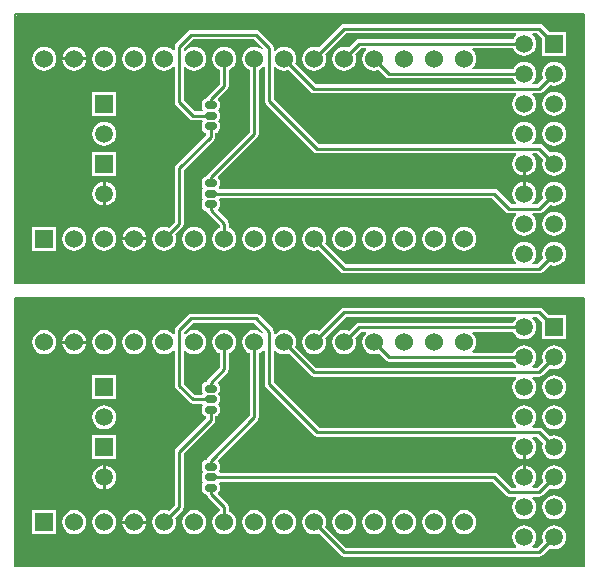
<source format=gbl>
%FSDAX24Y24*%
%MOMM*%
%SFA1B1*%

%IPPOS*%
%AMD20*
4,1,8,-0.500380,0.160020,-0.500380,-0.160020,-0.337820,-0.322580,0.337820,-0.322580,0.500380,-0.160020,0.500380,0.160020,0.337820,0.322580,-0.337820,0.322580,-0.500380,0.160020,0.0*
1,1,0.322000,-0.337820,0.160020*
1,1,0.322000,-0.337820,-0.160020*
1,1,0.322000,0.337820,-0.160020*
1,1,0.322000,0.337820,0.160020*
%
%ADD15C,0.253999*%
%ADD16R,1.499997X1.499997*%
%ADD17C,1.499997*%
%ADD18R,1.523997X1.523997*%
%ADD19C,1.523997*%
G04~CAMADD=20~8~0.0~0.0~253.5~393.7~63.4~0.0~15~0.0~0.0~0.0~0.0~0~0.0~0.0~0.0~0.0~0~0.0~0.0~0.0~90.0~394.0~254.0*
%ADD20D20*%
%ADD35C,0.127000*%
%ADD36C,0.507999*%
%ADD40C,1.015998*%
%ADD41C,2.031996*%
%ADD42C,4.063992*%
%ADD43C,8.127984*%
%LN_4x40lcd_arduino_nano_piggyboard_(rev1.4)_-_2xpanel-1*%
%LPD*%
G54D35*
X735965Y254634D02*
X254634D01*
Y481965*
X735965*
Y254634*
G54D15*
X734695Y255904D02*
X255904D01*
Y480695*
X734695*
Y255904*
G54D36*
X732155Y258444D02*
X258444D01*
Y478155*
X732155*
Y258444*
G54D40*
X727075Y263523D02*
X263523D01*
Y473075*
X727075*
Y263523*
G54D41*
X716915Y273683D02*
X273683D01*
Y462915*
X716915*
Y273683*
G54D42*
X696595Y294003D02*
X294003D01*
Y442595*
X696595*
Y294003*
G54D43*
X655955Y334643D02*
X334643D01*
Y401955*
X655955*
Y334643*
G54D35*
X735965Y494634D02*
X254634D01*
Y721964*
X735965*
Y494634*
G54D15*
X734695Y495904D02*
X255904D01*
Y720694*
X734695*
Y495904*
G54D36*
X732155Y498444D02*
X258444D01*
Y718154*
X732155*
Y498444*
G54D40*
X727075Y503524D02*
X263523D01*
Y713074*
X727075*
Y503524*
G54D41*
X716915Y513683D02*
X273683D01*
Y702914*
X716915*
Y513683*
G54D42*
X696595Y534003D02*
X294003D01*
Y682594*
X696595*
Y534003*
G54D43*
X655955Y574643D02*
X334643D01*
Y641954*
X655955*
Y574643*
%LN_4x40lcd_arduino_nano_piggyboard_(rev1.4)_-_2xpanel-2*%
%LPC*%
G36*
X584200Y302349D02*
X581549Y301999D01*
X579079Y300969*
X576949Y299349*
X575329Y297219*
X574299Y294749*
X573949Y292100*
X574299Y289449*
X575329Y286979*
X576949Y284849*
X579079Y283229*
X581549Y282199*
X584200Y281849*
X586849Y282199*
X589319Y283229*
X591449Y284849*
X593069Y286979*
X594099Y289449*
X594449Y292100*
X594099Y294749*
X593069Y297219*
X591449Y299349*
X589319Y300969*
X586849Y301999*
X584200Y302349*
G37*
G36*
X558800D02*
X556149Y301999D01*
X553679Y300969*
X551549Y299349*
X549929Y297219*
X548899Y294749*
X548549Y292100*
X548899Y289449*
X549929Y286979*
X551549Y284849*
X553679Y283229*
X556149Y282199*
X558800Y281849*
X561449Y282199*
X563919Y283229*
X566049Y284849*
X567669Y286979*
X568699Y289449*
X569049Y292100*
X568699Y294749*
X567669Y297219*
X566049Y299349*
X563919Y300969*
X561449Y301999*
X558800Y302349*
G37*
G36*
X533400D02*
X530749Y301999D01*
X528279Y300969*
X526149Y299349*
X524529Y297219*
X523499Y294749*
X523149Y292100*
X523499Y289449*
X524529Y286979*
X526149Y284849*
X528279Y283229*
X530749Y282199*
X533400Y281849*
X536049Y282199*
X538519Y283229*
X540649Y284849*
X542269Y286979*
X543299Y289449*
X543649Y292100*
X543299Y294749*
X542269Y297219*
X540649Y299349*
X538519Y300969*
X536049Y301999*
X533400Y302349*
G37*
G36*
X289560Y302260D02*
X269240D01*
Y281940*
X289560*
Y302260*
G37*
G36*
X635000Y302349D02*
X632349Y301999D01*
X629879Y300969*
X627749Y299349*
X626129Y297219*
X625099Y294749*
X624749Y292100*
X625099Y289449*
X626129Y286979*
X627749Y284849*
X629879Y283229*
X632349Y282199*
X635000Y281849*
X637649Y282199*
X640119Y283229*
X642249Y284849*
X643869Y286979*
X644899Y289449*
X645249Y292100*
X644899Y294749*
X643869Y297219*
X642249Y299349*
X640119Y300969*
X637649Y301999*
X635000Y302349*
G37*
G36*
X609600D02*
X606949Y301999D01*
X604479Y300969*
X602349Y299349*
X600729Y297219*
X599699Y294749*
X599349Y292100*
X599699Y289449*
X600729Y286979*
X602349Y284849*
X604479Y283229*
X606949Y282199*
X609600Y281849*
X612249Y282199*
X614719Y283229*
X616849Y284849*
X618469Y286979*
X619499Y289449*
X619849Y292100*
X619499Y294749*
X618469Y297219*
X616849Y299349*
X614719Y300969*
X612249Y301999*
X609600Y302349*
G37*
G36*
X482600D02*
X479949Y301999D01*
X477479Y300969*
X475349Y299349*
X473729Y297219*
X472699Y294749*
X472349Y292100*
X472699Y289449*
X473729Y286979*
X475349Y284849*
X477479Y283229*
X479949Y282199*
X482600Y281849*
X485249Y282199*
X487719Y283229*
X489849Y284849*
X491469Y286979*
X492499Y289449*
X492849Y292100*
X492499Y294749*
X491469Y297219*
X489849Y299349*
X487719Y300969*
X485249Y301999*
X482600Y302349*
G37*
G36*
X330200D02*
X327549Y301999D01*
X325079Y300969*
X322949Y299349*
X321329Y297219*
X320299Y294749*
X319949Y292100*
X320299Y289449*
X321329Y286979*
X322949Y284849*
X325079Y283229*
X327549Y282199*
X330200Y281849*
X332849Y282199*
X335319Y283229*
X337449Y284849*
X339069Y286979*
X340099Y289449*
X340449Y292100*
X340099Y294749*
X339069Y297219*
X337449Y299349*
X335319Y300969*
X332849Y301999*
X330200Y302349*
G37*
G36*
X304800D02*
X302149Y301999D01*
X299679Y300969*
X297549Y299349*
X295929Y297219*
X294899Y294749*
X294549Y292100*
X294899Y289449*
X295929Y286979*
X297549Y284849*
X299679Y283229*
X302149Y282199*
X304800Y281849*
X307449Y282199*
X309919Y283229*
X312049Y284849*
X313669Y286979*
X314699Y289449*
X315049Y292100*
X314699Y294749*
X313669Y297219*
X312049Y299349*
X309919Y300969*
X307449Y301999*
X304800Y302349*
G37*
G36*
X508000D02*
X505349Y301999D01*
X502879Y300969*
X500749Y299349*
X499129Y297219*
X498099Y294749*
X497749Y292100*
X498099Y289449*
X499129Y286979*
X500749Y284849*
X502879Y283229*
X505349Y282199*
X508000Y281849*
X510649Y282199*
X511889Y282709*
X530649Y263949*
X531909Y263109*
X533400Y262819*
X698500*
X699989Y263109*
X701249Y263949*
X707399Y270109*
X708579Y269619*
X711200Y269269*
X713819Y269619*
X716259Y270629*
X718359Y272239*
X719969Y274339*
X720979Y276779*
X721329Y279400*
X720979Y282019*
X719969Y284459*
X718359Y286559*
X716259Y288169*
X713819Y289179*
X711200Y289529*
X708579Y289179*
X706139Y288169*
X704039Y286559*
X702429Y284459*
X701419Y282019*
X701069Y279400*
X701419Y276779*
X701909Y275599*
X696889Y270579*
X692889*
X692459Y271849*
X692959Y272239*
X694569Y274339*
X695579Y276779*
X695929Y279400*
X695579Y282019*
X694569Y284459*
X692959Y286559*
X690859Y288169*
X688419Y289179*
X685800Y289529*
X683179Y289179*
X680739Y288169*
X678639Y286559*
X677029Y284459*
X676019Y282019*
X675669Y279400*
X676019Y276779*
X677029Y274339*
X678639Y272239*
X679139Y271849*
X678709Y270579*
X535009*
X517389Y288209*
X517899Y289449*
X518249Y292100*
X517899Y294749*
X516869Y297219*
X515249Y299349*
X513119Y300969*
X510649Y301999*
X508000Y302349*
G37*
G36*
X457200D02*
X454549Y301999D01*
X452079Y300969*
X449949Y299349*
X448329Y297219*
X447299Y294749*
X446949Y292100*
X447299Y289449*
X448329Y286979*
X449949Y284849*
X452079Y283229*
X454549Y282199*
X457200Y281849*
X459849Y282199*
X462319Y283229*
X464449Y284849*
X466069Y286979*
X467099Y289449*
X467449Y292100*
X467099Y294749*
X466069Y297219*
X464449Y299349*
X462319Y300969*
X459849Y301999*
X457200Y302349*
G37*
G36*
X406400D02*
X403749Y301999D01*
X401279Y300969*
X399149Y299349*
X397529Y297219*
X396499Y294749*
X396149Y292100*
X396499Y289449*
X397529Y286979*
X399149Y284849*
X401279Y283229*
X403749Y282199*
X406400Y281849*
X409049Y282199*
X411519Y283229*
X413649Y284849*
X415269Y286979*
X416299Y289449*
X416649Y292100*
X416299Y294749*
X415269Y297219*
X413649Y299349*
X411519Y300969*
X409049Y301999*
X406400Y302349*
G37*
G36*
X365679Y290830D02*
X345519D01*
X345699Y289449*
X346729Y286979*
X348349Y284849*
X350479Y283229*
X352949Y282199*
X355600Y281849*
X358249Y282199*
X360719Y283229*
X362849Y284849*
X364469Y286979*
X365499Y289449*
X365679Y290830*
G37*
G36*
X355600Y302349D02*
X352949Y301999D01*
X350479Y300969*
X348349Y299349*
X346729Y297219*
X345699Y294749*
X345519Y293370*
X365679*
X365499Y294749*
X364469Y297219*
X362849Y299349*
X360719Y300969*
X358249Y301999*
X355600Y302349*
G37*
G36*
X314879Y443230D02*
X294719D01*
X294899Y441849*
X295929Y439379*
X297549Y437249*
X299679Y435629*
X302149Y434599*
X304800Y434249*
X307449Y434599*
X309919Y435629*
X312049Y437249*
X313669Y439379*
X314699Y441849*
X314879Y443230*
G37*
G36*
X279400Y454749D02*
X276749Y454399D01*
X274279Y453369*
X272149Y451749*
X270529Y449619*
X269499Y447149*
X269149Y444500*
X269499Y441849*
X270529Y439379*
X272149Y437249*
X274279Y435629*
X276749Y434599*
X279400Y434249*
X282049Y434599*
X284519Y435629*
X286649Y437249*
X288269Y439379*
X289299Y441849*
X289649Y444500*
X289299Y447149*
X288269Y449619*
X286649Y451749*
X284519Y453369*
X282049Y454399*
X279400Y454749*
G37*
G36*
X340239Y416439D02*
X320159D01*
Y396359*
X340239*
Y416439*
G37*
G36*
X330200Y454749D02*
X327549Y454399D01*
X325079Y453369*
X322949Y451749*
X321329Y449619*
X320299Y447149*
X319949Y444500*
X320299Y441849*
X321329Y439379*
X322949Y437249*
X325079Y435629*
X327549Y434599*
X330200Y434249*
X332849Y434599*
X335319Y435629*
X337449Y437249*
X339069Y439379*
X340099Y441849*
X340449Y444500*
X340099Y447149*
X339069Y449619*
X337449Y451749*
X335319Y453369*
X332849Y454399*
X330200Y454749*
G37*
G36*
X698500Y473779D02*
X533400D01*
X531909Y473489*
X530649Y472649*
X511889Y453889*
X510649Y454399*
X508000Y454749*
X505349Y454399*
X502879Y453369*
X500749Y451749*
X499129Y449619*
X498099Y447149*
X497749Y444500*
X498099Y441849*
X499129Y439379*
X500749Y437249*
X502879Y435629*
X505349Y434599*
X508000Y434249*
X510649Y434599*
X513119Y435629*
X515249Y437249*
X516869Y439379*
X517899Y441849*
X518249Y444500*
X517899Y447149*
X517389Y448389*
X535009Y466019*
X678709*
X679139Y464749*
X678639Y464359*
X677029Y462259*
X676539Y461079*
X546100*
X544609Y460789*
X543349Y459949*
X537289Y453889*
X536049Y454399*
X533400Y454749*
X530749Y454399*
X528279Y453369*
X526149Y451749*
X524529Y449619*
X523499Y447149*
X523149Y444500*
X523499Y441849*
X524529Y439379*
X526149Y437249*
X528279Y435629*
X530749Y434599*
X533400Y434249*
X536049Y434599*
X538519Y435629*
X540649Y437249*
X542269Y439379*
X543299Y441849*
X543649Y444500*
X543299Y447149*
X542789Y448389*
X547709Y453319*
X551619*
X552029Y452109*
X551549Y451749*
X549929Y449619*
X548899Y447149*
X548549Y444500*
X548899Y441849*
X549929Y439379*
X551549Y437249*
X553679Y435629*
X556149Y434599*
X558800Y434249*
X561449Y434599*
X562689Y435109*
X568749Y429049*
X570009Y428209*
X571500Y427919*
X676539*
X677029Y426739*
X678639Y424639*
X679139Y424249*
X678709Y422979*
X509609*
X491989Y440609*
X492499Y441849*
X492849Y444500*
X492499Y447149*
X491469Y449619*
X489849Y451749*
X487719Y453369*
X485249Y454399*
X482600Y454749*
X479949Y454399*
X477479Y453369*
X475349Y451749*
X474989Y451269*
X473779Y451679*
Y453390*
X473489Y454879*
X472649Y456139*
X461219Y467569*
X459959Y468409*
X458470Y468699*
X403860*
X402369Y468409*
X401109Y467569*
X390949Y457409*
X390109Y456149*
X389819Y454660*
Y451679*
X388609Y451269*
X388249Y451749*
X386119Y453369*
X383649Y454399*
X381000Y454749*
X378349Y454399*
X375879Y453369*
X373749Y451749*
X372129Y449619*
X371099Y447149*
X370749Y444500*
X371099Y441849*
X372129Y439379*
X373749Y437249*
X375879Y435629*
X378349Y434599*
X381000Y434249*
X383649Y434599*
X386119Y435629*
X388249Y437249*
X388609Y437729*
X389819Y437319*
Y407670*
X390109Y406179*
X390949Y404919*
X402379Y393489*
X403639Y392649*
X405130Y392359*
X412729*
X413409Y391089*
X413069Y390579*
X412750Y388959*
Y385739*
X413069Y384119*
X413989Y382749*
X415359Y381829*
X416489Y381609*
Y380069*
X390949Y354539*
X390109Y353279*
X389819Y351790*
Y306409*
X384889Y301489*
X383649Y301999*
X381000Y302349*
X378349Y301999*
X375879Y300969*
X373749Y299349*
X372129Y297219*
X371099Y294749*
X370749Y292100*
X371099Y289449*
X372129Y286979*
X373749Y284849*
X375879Y283229*
X378349Y282199*
X381000Y281849*
X383649Y282199*
X386119Y283229*
X388249Y284849*
X389869Y286979*
X390899Y289449*
X391249Y292100*
X390899Y294749*
X390389Y295989*
X396449Y302049*
X397289Y303309*
X397579Y304800*
Y350179*
X423119Y375709*
X423959Y376969*
X424249Y378460*
Y381609*
X425379Y381829*
X426749Y382749*
X427669Y384119*
X427990Y385739*
Y388959*
X427669Y390579*
X426859Y391799*
X427669Y393009*
X427990Y394629*
Y397849*
X427669Y399469*
X426859Y400689*
X427669Y401899*
X427990Y403519*
Y406739*
X427669Y408359*
X426749Y409729*
X426629Y410979*
X434549Y418889*
X435389Y420149*
X435679Y421640*
Y435109*
X436919Y435629*
X439049Y437249*
X440669Y439379*
X441699Y441849*
X442049Y444500*
X441699Y447149*
X440669Y449619*
X439049Y451749*
X436919Y453369*
X434449Y454399*
X431800Y454749*
X429149Y454399*
X426679Y453369*
X424549Y451749*
X422929Y449619*
X421899Y447149*
X421549Y444500*
X421899Y441849*
X422929Y439379*
X424549Y437249*
X426679Y435629*
X427919Y435109*
Y423249*
X417619Y412959*
X416779Y411699*
X416619Y410899*
X415359Y410649*
X413989Y409729*
X413069Y408359*
X412750Y406739*
Y403519*
X413069Y401899*
X413409Y401389*
X412729Y400119*
X406739*
X397579Y409279*
Y437319*
X398789Y437729*
X399149Y437249*
X401279Y435629*
X403749Y434599*
X406400Y434249*
X409049Y434599*
X411519Y435629*
X413649Y437249*
X415269Y439379*
X416299Y441849*
X416649Y444500*
X416299Y447149*
X415269Y449619*
X413649Y451749*
X411519Y453369*
X409049Y454399*
X406400Y454749*
X403749Y454399*
X401279Y453369*
X399149Y451749*
X398789Y451269*
X397579Y451679*
Y453049*
X405469Y460939*
X456859*
X464459Y453339*
X463619Y452379*
X462319Y453369*
X459849Y454399*
X457200Y454749*
X454549Y454399*
X452079Y453369*
X449949Y451749*
X448329Y449619*
X447299Y447149*
X446949Y444500*
X447299Y441849*
X448329Y439379*
X449949Y437249*
X452079Y435629*
X453319Y435109*
Y382609*
X417619Y346919*
X416779Y345659*
X416619Y344859*
X415359Y344609*
X413989Y343689*
X413069Y342319*
X412750Y340699*
Y337479*
X413069Y335859*
X413879Y334649*
X413069Y333429*
X412750Y331809*
Y328589*
X413069Y326969*
X413879Y325759*
X413069Y324539*
X412750Y322919*
Y319699*
X413069Y318079*
X413989Y316709*
X415359Y315789*
X416619Y315539*
X416779Y314739*
X417619Y313479*
X427919Y303189*
Y301489*
X426679Y300969*
X424549Y299349*
X422929Y297219*
X421899Y294749*
X421549Y292100*
X421899Y289449*
X422929Y286979*
X424549Y284849*
X426679Y283229*
X429149Y282199*
X431800Y281849*
X434449Y282199*
X436919Y283229*
X439049Y284849*
X440669Y286979*
X441699Y289449*
X442049Y292100*
X441699Y294749*
X440669Y297219*
X439049Y299349*
X436919Y300969*
X435679Y301489*
Y304800*
X435389Y306289*
X434549Y307549*
X426629Y315459*
X426749Y316709*
X427669Y318079*
X427990Y319699*
Y322919*
X427669Y324539*
X427329Y325049*
X428009Y326319*
X658789*
X670349Y314749*
X671609Y313909*
X673100Y313619*
X678709*
X679139Y312349*
X678639Y311959*
X677029Y309859*
X676019Y307419*
X675669Y304800*
X676019Y302179*
X677029Y299739*
X678639Y297639*
X680739Y296029*
X683179Y295019*
X685800Y294669*
X688419Y295019*
X690859Y296029*
X692959Y297639*
X694569Y299739*
X695579Y302179*
X695929Y304800*
X695579Y307419*
X694569Y309859*
X692959Y311959*
X692459Y312349*
X692889Y313619*
X698500*
X699989Y313909*
X701249Y314749*
X707399Y320909*
X708579Y320419*
X711200Y320069*
X713819Y320419*
X716259Y321429*
X718359Y323039*
X719969Y325139*
X720979Y327579*
X721329Y330200*
X720979Y332819*
X719969Y335259*
X718359Y337359*
X716259Y338969*
X713819Y339979*
X711200Y340329*
X708579Y339979*
X706139Y338969*
X704039Y337359*
X702429Y335259*
X701419Y332819*
X701069Y330200*
X701419Y327579*
X701909Y326399*
X696889Y321379*
X692889*
X692459Y322649*
X692959Y323039*
X694569Y325139*
X695579Y327579*
X695929Y330200*
X695579Y332819*
X694569Y335259*
X692959Y337359*
X690859Y338969*
X688419Y339979*
X687070Y340159*
Y330200*
X684530*
Y340159*
X683179Y339979*
X680739Y338969*
X678639Y337359*
X677029Y335259*
X676019Y332819*
X675669Y330200*
X676019Y327579*
X677029Y325139*
X678639Y323039*
X679139Y322649*
X678709Y321379*
X674709*
X663149Y332949*
X661889Y333789*
X660400Y334079*
X428009*
X427329Y335349*
X427669Y335859*
X427990Y337479*
Y340699*
X427669Y342319*
X426749Y343689*
X426629Y344939*
X459949Y378249*
X460789Y379509*
X461079Y381000*
Y435109*
X462319Y435629*
X464449Y437249*
X464809Y437729*
X466019Y437319*
Y408940*
X466309Y407449*
X467149Y406189*
X507789Y365549*
X509049Y364709*
X510540Y364419*
X678709*
X679139Y363149*
X678639Y362759*
X677029Y360659*
X676019Y358219*
X675669Y355600*
X676019Y352979*
X677029Y350539*
X678639Y348439*
X680739Y346829*
X683179Y345819*
X684530Y345639*
Y355600*
X687070*
Y345639*
X688419Y345819*
X690859Y346829*
X692959Y348439*
X694569Y350539*
X695579Y352979*
X695929Y355600*
X695579Y358219*
X694569Y360659*
X692959Y362759*
X692459Y363149*
X692889Y364419*
X696889*
X701909Y359399*
X701419Y358219*
X701069Y355600*
X701419Y352979*
X702429Y350539*
X704039Y348439*
X706139Y346829*
X708579Y345819*
X711200Y345469*
X713819Y345819*
X716259Y346829*
X718359Y348439*
X719969Y350539*
X720979Y352979*
X721329Y355600*
X720979Y358219*
X719969Y360659*
X718359Y362759*
X716259Y364369*
X713819Y365379*
X711200Y365729*
X708579Y365379*
X707399Y364889*
X701249Y371049*
X699989Y371889*
X698500Y372179*
X692889*
X692459Y373449*
X692959Y373839*
X694569Y375939*
X695579Y378379*
X695929Y381000*
X695579Y383619*
X694569Y386059*
X692959Y388159*
X690859Y389769*
X688419Y390779*
X685800Y391129*
X683179Y390779*
X680739Y389769*
X678639Y388159*
X677029Y386059*
X676019Y383619*
X675669Y381000*
X676019Y378379*
X677029Y375939*
X678639Y373839*
X679139Y373449*
X678709Y372179*
X512149*
X473779Y410549*
Y437319*
X474989Y437729*
X475349Y437249*
X477479Y435629*
X479949Y434599*
X482600Y434249*
X485249Y434599*
X486489Y435109*
X505249Y416349*
X506509Y415509*
X508000Y415219*
X678709*
X679139Y413949*
X678639Y413559*
X677029Y411459*
X676019Y409019*
X675669Y406400*
X676019Y403779*
X677029Y401339*
X678639Y399239*
X680739Y397629*
X683179Y396619*
X685800Y396269*
X688419Y396619*
X690859Y397629*
X692959Y399239*
X694569Y401339*
X695579Y403779*
X695929Y406400*
X695579Y409019*
X694569Y411459*
X692959Y413559*
X692459Y413949*
X692889Y415219*
X698500*
X699989Y415509*
X701249Y416349*
X707399Y422509*
X708579Y422019*
X711200Y421669*
X713819Y422019*
X716259Y423029*
X718359Y424639*
X719969Y426739*
X720979Y429179*
X721329Y431800*
X720979Y434419*
X719969Y436859*
X718359Y438959*
X716259Y440569*
X713819Y441579*
X711200Y441929*
X708579Y441579*
X706139Y440569*
X704039Y438959*
X702429Y436859*
X701419Y434419*
X701069Y431800*
X701419Y429179*
X701909Y427999*
X696889Y422979*
X692889*
X692459Y424249*
X692959Y424639*
X694569Y426739*
X695579Y429179*
X695929Y431800*
X695579Y434419*
X694569Y436859*
X692959Y438959*
X690859Y440569*
X688419Y441579*
X685800Y441929*
X683179Y441579*
X680739Y440569*
X678639Y438959*
X677029Y436859*
X676539Y435679*
X642179*
X641769Y436889*
X642249Y437249*
X643869Y439379*
X644899Y441849*
X645249Y444500*
X644899Y447149*
X643869Y449619*
X642249Y451749*
X641769Y452109*
X642179Y453319*
X676539*
X677029Y452139*
X678639Y450039*
X680739Y448429*
X683179Y447419*
X685800Y447069*
X688419Y447419*
X690859Y448429*
X692959Y450039*
X694569Y452139*
X695579Y454579*
X695929Y457200*
X695579Y459819*
X694569Y462259*
X692959Y464359*
X692459Y464749*
X692889Y466019*
X696889*
X701159Y461749*
Y447159*
X721239*
Y467239*
X706649*
X701249Y472649*
X699989Y473489*
X698500Y473779*
G37*
G36*
X304800Y454749D02*
X302149Y454399D01*
X299679Y453369*
X297549Y451749*
X295929Y449619*
X294899Y447149*
X294719Y445770*
X314879*
X314699Y447149*
X313669Y449619*
X312049Y451749*
X309919Y453369*
X307449Y454399*
X304800Y454749*
G37*
G36*
X355600D02*
X352949Y454399D01*
X350479Y453369*
X348349Y451749*
X346729Y449619*
X345699Y447149*
X345349Y444500*
X345699Y441849*
X346729Y439379*
X348349Y437249*
X350479Y435629*
X352949Y434599*
X355600Y434249*
X358249Y434599*
X360719Y435629*
X362849Y437249*
X364469Y439379*
X365499Y441849*
X365849Y444500*
X365499Y447149*
X364469Y449619*
X362849Y451749*
X360719Y453369*
X358249Y454399*
X355600Y454749*
G37*
G36*
X331470Y340159D02*
Y330200D01*
Y320239*
X332819Y320419*
X335259Y321429*
X337359Y323039*
X338969Y325139*
X339979Y327579*
X340329Y330200*
X339979Y332819*
X338969Y335259*
X337359Y337359*
X335259Y338969*
X332819Y339979*
X331470Y340159*
G37*
G36*
X328930D02*
X327579Y339979D01*
X325139Y338969*
X323039Y337359*
X321429Y335259*
X320419Y332819*
X320069Y330200*
X320419Y327579*
X321429Y325139*
X323039Y323039*
X325139Y321429*
X327579Y320419*
X328930Y320239*
Y330200*
Y340159*
G37*
G36*
X711200Y314929D02*
X708579Y314579D01*
X706139Y313569*
X704039Y311959*
X702429Y309859*
X701419Y307419*
X701069Y304800*
X701419Y302179*
X702429Y299739*
X704039Y297639*
X706139Y296029*
X708579Y295019*
X711200Y294669*
X713819Y295019*
X716259Y296029*
X718359Y297639*
X719969Y299739*
X720979Y302179*
X721329Y304800*
X720979Y307419*
X719969Y309859*
X718359Y311959*
X716259Y313569*
X713819Y314579*
X711200Y314929*
G37*
G36*
X340239Y365639D02*
X320159D01*
Y345559*
X340239*
Y365639*
G37*
G36*
X711200Y416529D02*
X708579Y416179D01*
X706139Y415169*
X704039Y413559*
X702429Y411459*
X701419Y409019*
X701069Y406400*
X701419Y403779*
X702429Y401339*
X704039Y399239*
X706139Y397629*
X708579Y396619*
X711200Y396269*
X713819Y396619*
X716259Y397629*
X718359Y399239*
X719969Y401339*
X720979Y403779*
X721329Y406400*
X720979Y409019*
X719969Y411459*
X718359Y413559*
X716259Y415169*
X713819Y416179*
X711200Y416529*
G37*
G36*
Y391129D02*
X708579Y390779D01*
X706139Y389769*
X704039Y388159*
X702429Y386059*
X701419Y383619*
X701069Y381000*
X701419Y378379*
X702429Y375939*
X704039Y373839*
X706139Y372229*
X708579Y371219*
X711200Y370869*
X713819Y371219*
X716259Y372229*
X718359Y373839*
X719969Y375939*
X720979Y378379*
X721329Y381000*
X720979Y383619*
X719969Y386059*
X718359Y388159*
X716259Y389769*
X713819Y390779*
X711200Y391129*
G37*
G36*
X330200D02*
X327579Y390779D01*
X325139Y389769*
X323039Y388159*
X321429Y386059*
X320419Y383619*
X320069Y381000*
X320419Y378379*
X321429Y375939*
X323039Y373839*
X325139Y372229*
X327579Y371219*
X330200Y370869*
X332819Y371219*
X335259Y372229*
X337359Y373839*
X338969Y375939*
X339979Y378379*
X340329Y381000*
X339979Y383619*
X338969Y386059*
X337359Y388159*
X335259Y389769*
X332819Y390779*
X330200Y391129*
G37*
G36*
X584200Y542349D02*
X581549Y541999D01*
X579079Y540969*
X576949Y539349*
X575329Y537219*
X574299Y534749*
X573949Y532099*
X574299Y529449*
X575329Y526979*
X576949Y524849*
X579079Y523229*
X581549Y522199*
X584200Y521849*
X586849Y522199*
X589319Y523229*
X591449Y524849*
X593069Y526979*
X594099Y529449*
X594449Y532099*
X594099Y534749*
X593069Y537219*
X591449Y539349*
X589319Y540969*
X586849Y541999*
X584200Y542349*
G37*
G36*
X558800D02*
X556149Y541999D01*
X553679Y540969*
X551549Y539349*
X549929Y537219*
X548899Y534749*
X548549Y532099*
X548899Y529449*
X549929Y526979*
X551549Y524849*
X553679Y523229*
X556149Y522199*
X558800Y521849*
X561449Y522199*
X563919Y523229*
X566049Y524849*
X567669Y526979*
X568699Y529449*
X569049Y532099*
X568699Y534749*
X567669Y537219*
X566049Y539349*
X563919Y540969*
X561449Y541999*
X558800Y542349*
G37*
G36*
X533400D02*
X530749Y541999D01*
X528279Y540969*
X526149Y539349*
X524529Y537219*
X523499Y534749*
X523149Y532099*
X523499Y529449*
X524529Y526979*
X526149Y524849*
X528279Y523229*
X530749Y522199*
X533400Y521849*
X536049Y522199*
X538519Y523229*
X540649Y524849*
X542269Y526979*
X543299Y529449*
X543649Y532099*
X543299Y534749*
X542269Y537219*
X540649Y539349*
X538519Y540969*
X536049Y541999*
X533400Y542349*
G37*
G36*
X289560Y542259D02*
X269240D01*
Y521939*
X289560*
Y542259*
G37*
G36*
X635000Y542349D02*
X632349Y541999D01*
X629879Y540969*
X627749Y539349*
X626129Y537219*
X625099Y534749*
X624749Y532099*
X625099Y529449*
X626129Y526979*
X627749Y524849*
X629879Y523229*
X632349Y522199*
X635000Y521849*
X637649Y522199*
X640119Y523229*
X642249Y524849*
X643869Y526979*
X644899Y529449*
X645249Y532099*
X644899Y534749*
X643869Y537219*
X642249Y539349*
X640119Y540969*
X637649Y541999*
X635000Y542349*
G37*
G36*
X609600D02*
X606949Y541999D01*
X604479Y540969*
X602349Y539349*
X600729Y537219*
X599699Y534749*
X599349Y532099*
X599699Y529449*
X600729Y526979*
X602349Y524849*
X604479Y523229*
X606949Y522199*
X609600Y521849*
X612249Y522199*
X614719Y523229*
X616849Y524849*
X618469Y526979*
X619499Y529449*
X619849Y532099*
X619499Y534749*
X618469Y537219*
X616849Y539349*
X614719Y540969*
X612249Y541999*
X609600Y542349*
G37*
G36*
X482600D02*
X479949Y541999D01*
X477479Y540969*
X475349Y539349*
X473729Y537219*
X472699Y534749*
X472349Y532099*
X472699Y529449*
X473729Y526979*
X475349Y524849*
X477479Y523229*
X479949Y522199*
X482600Y521849*
X485249Y522199*
X487719Y523229*
X489849Y524849*
X491469Y526979*
X492499Y529449*
X492849Y532099*
X492499Y534749*
X491469Y537219*
X489849Y539349*
X487719Y540969*
X485249Y541999*
X482600Y542349*
G37*
G36*
X330200D02*
X327549Y541999D01*
X325079Y540969*
X322949Y539349*
X321329Y537219*
X320299Y534749*
X319949Y532099*
X320299Y529449*
X321329Y526979*
X322949Y524849*
X325079Y523229*
X327549Y522199*
X330200Y521849*
X332849Y522199*
X335319Y523229*
X337449Y524849*
X339069Y526979*
X340099Y529449*
X340449Y532099*
X340099Y534749*
X339069Y537219*
X337449Y539349*
X335319Y540969*
X332849Y541999*
X330200Y542349*
G37*
G36*
X304800D02*
X302149Y541999D01*
X299679Y540969*
X297549Y539349*
X295929Y537219*
X294899Y534749*
X294549Y532099*
X294899Y529449*
X295929Y526979*
X297549Y524849*
X299679Y523229*
X302149Y522199*
X304800Y521849*
X307449Y522199*
X309919Y523229*
X312049Y524849*
X313669Y526979*
X314699Y529449*
X315049Y532099*
X314699Y534749*
X313669Y537219*
X312049Y539349*
X309919Y540969*
X307449Y541999*
X304800Y542349*
G37*
G36*
X508000D02*
X505349Y541999D01*
X502879Y540969*
X500749Y539349*
X499129Y537219*
X498099Y534749*
X497749Y532099*
X498099Y529449*
X499129Y526979*
X500749Y524849*
X502879Y523229*
X505349Y522199*
X508000Y521849*
X510649Y522199*
X511889Y522709*
X530649Y503949*
X531909Y503109*
X533400Y502819*
X698500*
X699989Y503109*
X701249Y503949*
X707399Y510109*
X708579Y509619*
X711200Y509270*
X713819Y509619*
X716259Y510629*
X718359Y512239*
X719969Y514339*
X720979Y516779*
X721329Y519399*
X720979Y522019*
X719969Y524459*
X718359Y526559*
X716259Y528169*
X713819Y529179*
X711200Y529529*
X708579Y529179*
X706139Y528169*
X704039Y526559*
X702429Y524459*
X701419Y522019*
X701069Y519399*
X701419Y516779*
X701909Y515599*
X696889Y510579*
X692889*
X692459Y511849*
X692959Y512239*
X694569Y514339*
X695579Y516779*
X695929Y519399*
X695579Y522019*
X694569Y524459*
X692959Y526559*
X690859Y528169*
X688419Y529179*
X685800Y529529*
X683179Y529179*
X680739Y528169*
X678639Y526559*
X677029Y524459*
X676019Y522019*
X675669Y519399*
X676019Y516779*
X677029Y514339*
X678639Y512239*
X679139Y511849*
X678709Y510579*
X535009*
X517389Y528209*
X517899Y529449*
X518249Y532099*
X517899Y534749*
X516869Y537219*
X515249Y539349*
X513119Y540969*
X510649Y541999*
X508000Y542349*
G37*
G36*
X457200D02*
X454549Y541999D01*
X452079Y540969*
X449949Y539349*
X448329Y537219*
X447299Y534749*
X446949Y532099*
X447299Y529449*
X448329Y526979*
X449949Y524849*
X452079Y523229*
X454549Y522199*
X457200Y521849*
X459849Y522199*
X462319Y523229*
X464449Y524849*
X466069Y526979*
X467099Y529449*
X467449Y532099*
X467099Y534749*
X466069Y537219*
X464449Y539349*
X462319Y540969*
X459849Y541999*
X457200Y542349*
G37*
G36*
X406400D02*
X403749Y541999D01*
X401279Y540969*
X399149Y539349*
X397529Y537219*
X396499Y534749*
X396149Y532099*
X396499Y529449*
X397529Y526979*
X399149Y524849*
X401279Y523229*
X403749Y522199*
X406400Y521849*
X409049Y522199*
X411519Y523229*
X413649Y524849*
X415269Y526979*
X416299Y529449*
X416649Y532099*
X416299Y534749*
X415269Y537219*
X413649Y539349*
X411519Y540969*
X409049Y541999*
X406400Y542349*
G37*
G36*
X365679Y530829D02*
X345519D01*
X345699Y529449*
X346729Y526979*
X348349Y524849*
X350479Y523229*
X352949Y522199*
X355600Y521849*
X358249Y522199*
X360719Y523229*
X362849Y524849*
X364469Y526979*
X365499Y529449*
X365679Y530829*
G37*
G36*
X355600Y542349D02*
X352949Y541999D01*
X350479Y540969*
X348349Y539349*
X346729Y537219*
X345699Y534749*
X345519Y533369*
X365679*
X365499Y534749*
X364469Y537219*
X362849Y539349*
X360719Y540969*
X358249Y541999*
X355600Y542349*
G37*
G36*
X314879Y683229D02*
X294719D01*
X294899Y681849*
X295929Y679379*
X297549Y677249*
X299679Y675629*
X302149Y674599*
X304800Y674249*
X307449Y674599*
X309919Y675629*
X312049Y677249*
X313669Y679379*
X314699Y681849*
X314879Y683229*
G37*
G36*
X279400Y694749D02*
X276749Y694399D01*
X274279Y693369*
X272149Y691749*
X270529Y689619*
X269499Y687149*
X269149Y684499*
X269499Y681849*
X270529Y679379*
X272149Y677249*
X274279Y675629*
X276749Y674599*
X279400Y674249*
X282049Y674599*
X284519Y675629*
X286649Y677249*
X288269Y679379*
X289299Y681849*
X289649Y684499*
X289299Y687149*
X288269Y689619*
X286649Y691749*
X284519Y693369*
X282049Y694399*
X279400Y694749*
G37*
G36*
X340239Y656439D02*
X320159D01*
Y636359*
X340239*
Y656439*
G37*
G36*
X330200Y694749D02*
X327549Y694399D01*
X325079Y693369*
X322949Y691749*
X321329Y689619*
X320299Y687149*
X319949Y684499*
X320299Y681849*
X321329Y679379*
X322949Y677249*
X325079Y675629*
X327549Y674599*
X330200Y674249*
X332849Y674599*
X335319Y675629*
X337449Y677249*
X339069Y679379*
X340099Y681849*
X340449Y684499*
X340099Y687149*
X339069Y689619*
X337449Y691749*
X335319Y693369*
X332849Y694399*
X330200Y694749*
G37*
G36*
X698500Y713779D02*
X533400D01*
X531909Y713489*
X530649Y712649*
X511889Y693889*
X510649Y694399*
X508000Y694749*
X505349Y694399*
X502879Y693369*
X500749Y691749*
X499129Y689619*
X498099Y687149*
X497749Y684499*
X498099Y681849*
X499129Y679379*
X500749Y677249*
X502879Y675629*
X505349Y674599*
X508000Y674249*
X510649Y674599*
X513119Y675629*
X515249Y677249*
X516869Y679379*
X517899Y681849*
X518249Y684499*
X517899Y687149*
X517389Y688389*
X535009Y706019*
X678709*
X679139Y704749*
X678639Y704359*
X677029Y702259*
X676539Y701079*
X546100*
X544609Y700789*
X543349Y699949*
X537289Y693889*
X536049Y694399*
X533400Y694749*
X530749Y694399*
X528279Y693369*
X526149Y691749*
X524529Y689619*
X523499Y687149*
X523149Y684499*
X523499Y681849*
X524529Y679379*
X526149Y677249*
X528279Y675629*
X530749Y674599*
X533400Y674249*
X536049Y674599*
X538519Y675629*
X540649Y677249*
X542269Y679379*
X543299Y681849*
X543649Y684499*
X543299Y687149*
X542789Y688389*
X547709Y693319*
X551619*
X552029Y692109*
X551549Y691749*
X549929Y689619*
X548899Y687149*
X548549Y684499*
X548899Y681849*
X549929Y679379*
X551549Y677249*
X553679Y675629*
X556149Y674599*
X558800Y674249*
X561449Y674599*
X562689Y675109*
X568749Y669049*
X570009Y668209*
X571500Y667919*
X676539*
X677029Y666739*
X678639Y664639*
X679139Y664249*
X678709Y662979*
X509609*
X491989Y680609*
X492499Y681849*
X492849Y684499*
X492499Y687149*
X491469Y689619*
X489849Y691749*
X487719Y693369*
X485249Y694399*
X482600Y694749*
X479949Y694399*
X477479Y693369*
X475349Y691749*
X474989Y691269*
X473779Y691679*
Y693389*
X473489Y694879*
X472649Y696139*
X461219Y707569*
X459959Y708409*
X458470Y708699*
X403860*
X402369Y708409*
X401109Y707569*
X390949Y697409*
X390109Y696149*
X389819Y694659*
Y691679*
X388609Y691269*
X388249Y691749*
X386119Y693369*
X383649Y694399*
X381000Y694749*
X378349Y694399*
X375879Y693369*
X373749Y691749*
X372129Y689619*
X371099Y687149*
X370749Y684499*
X371099Y681849*
X372129Y679379*
X373749Y677249*
X375879Y675629*
X378349Y674599*
X381000Y674249*
X383649Y674599*
X386119Y675629*
X388249Y677249*
X388609Y677729*
X389819Y677319*
Y647669*
X390109Y646179*
X390949Y644919*
X402379Y633489*
X403639Y632649*
X405130Y632359*
X412729*
X413409Y631089*
X413069Y630579*
X412750Y628959*
Y625739*
X413069Y624119*
X413989Y622749*
X415359Y621829*
X416489Y621609*
Y620069*
X390949Y594539*
X390109Y593279*
X389819Y591789*
Y546409*
X384889Y541489*
X383649Y541999*
X381000Y542349*
X378349Y541999*
X375879Y540969*
X373749Y539349*
X372129Y537219*
X371099Y534749*
X370749Y532099*
X371099Y529449*
X372129Y526979*
X373749Y524849*
X375879Y523229*
X378349Y522199*
X381000Y521849*
X383649Y522199*
X386119Y523229*
X388249Y524849*
X389869Y526979*
X390899Y529449*
X391249Y532099*
X390899Y534749*
X390389Y535989*
X396449Y542049*
X397289Y543309*
X397579Y544799*
Y590179*
X423119Y615709*
X423959Y616969*
X424249Y618459*
Y621609*
X425379Y621829*
X426749Y622749*
X427669Y624119*
X427990Y625739*
Y628959*
X427669Y630579*
X426859Y631799*
X427669Y633009*
X427990Y634629*
Y637849*
X427669Y639469*
X426859Y640679*
X427669Y641899*
X427990Y643519*
Y646739*
X427669Y648359*
X426749Y649729*
X426629Y650979*
X434549Y658889*
X435389Y660149*
X435679Y661639*
Y675109*
X436919Y675629*
X439049Y677249*
X440669Y679379*
X441699Y681849*
X442049Y684499*
X441699Y687149*
X440669Y689619*
X439049Y691749*
X436919Y693369*
X434449Y694399*
X431800Y694749*
X429149Y694399*
X426679Y693369*
X424549Y691749*
X422929Y689619*
X421899Y687149*
X421549Y684499*
X421899Y681849*
X422929Y679379*
X424549Y677249*
X426679Y675629*
X427919Y675109*
Y663249*
X417619Y652959*
X416779Y651699*
X416619Y650899*
X415359Y650649*
X413989Y649729*
X413069Y648359*
X412750Y646739*
Y643519*
X413069Y641899*
X413409Y641389*
X412729Y640119*
X406739*
X397579Y649279*
Y677319*
X398789Y677729*
X399149Y677249*
X401279Y675629*
X403749Y674599*
X406400Y674249*
X409049Y674599*
X411519Y675629*
X413649Y677249*
X415269Y679379*
X416299Y681849*
X416649Y684499*
X416299Y687149*
X415269Y689619*
X413649Y691749*
X411519Y693369*
X409049Y694399*
X406400Y694749*
X403749Y694399*
X401279Y693369*
X399149Y691749*
X398789Y691269*
X397579Y691679*
Y693049*
X405469Y700939*
X456859*
X464459Y693339*
X463619Y692379*
X462319Y693369*
X459849Y694399*
X457200Y694749*
X454549Y694399*
X452079Y693369*
X449949Y691749*
X448329Y689619*
X447299Y687149*
X446949Y684499*
X447299Y681849*
X448329Y679379*
X449949Y677249*
X452079Y675629*
X453319Y675109*
Y622609*
X417619Y586919*
X416779Y585659*
X416619Y584859*
X415359Y584609*
X413989Y583689*
X413069Y582319*
X412750Y580699*
Y577479*
X413069Y575859*
X413879Y574649*
X413069Y573429*
X412750Y571809*
Y568589*
X413069Y566969*
X413879Y565759*
X413069Y564539*
X412750Y562919*
Y559699*
X413069Y558079*
X413989Y556709*
X415359Y555789*
X416619Y555539*
X416779Y554739*
X417619Y553479*
X427919Y543189*
Y541489*
X426679Y540969*
X424549Y539349*
X422929Y537219*
X421899Y534749*
X421549Y532099*
X421899Y529449*
X422929Y526979*
X424549Y524849*
X426679Y523229*
X429149Y522199*
X431800Y521849*
X434449Y522199*
X436919Y523229*
X439049Y524849*
X440669Y526979*
X441699Y529449*
X442049Y532099*
X441699Y534749*
X440669Y537219*
X439049Y539349*
X436919Y540969*
X435679Y541489*
Y544799*
X435389Y546289*
X434549Y547549*
X426629Y555459*
X426749Y556709*
X427669Y558079*
X427990Y559699*
Y562919*
X427669Y564539*
X427329Y565049*
X428009Y566319*
X658789*
X670349Y554749*
X671609Y553909*
X673100Y553619*
X678709*
X679139Y552349*
X678639Y551959*
X677029Y549859*
X676019Y547419*
X675669Y544799*
X676019Y542179*
X677029Y539739*
X678639Y537639*
X680739Y536029*
X683179Y535019*
X685800Y534670*
X688419Y535019*
X690859Y536029*
X692959Y537639*
X694569Y539739*
X695579Y542179*
X695929Y544799*
X695579Y547419*
X694569Y549859*
X692959Y551959*
X692459Y552349*
X692889Y553619*
X698500*
X699989Y553909*
X701249Y554749*
X707399Y560909*
X708579Y560419*
X711200Y560070*
X713819Y560419*
X716259Y561429*
X718359Y563039*
X719969Y565139*
X720979Y567579*
X721329Y570199*
X720979Y572819*
X719969Y575259*
X718359Y577359*
X716259Y578969*
X713819Y579979*
X711200Y580329*
X708579Y579979*
X706139Y578969*
X704039Y577359*
X702429Y575259*
X701419Y572819*
X701069Y570199*
X701419Y567579*
X701909Y566399*
X696889Y561379*
X692889*
X692459Y562649*
X692959Y563039*
X694569Y565139*
X695579Y567579*
X695929Y570199*
X695579Y572819*
X694569Y575259*
X692959Y577359*
X690859Y578969*
X688419Y579979*
X687070Y580159*
Y570199*
X684530*
Y580159*
X683179Y579979*
X680739Y578969*
X678639Y577359*
X677029Y575259*
X676019Y572819*
X675669Y570199*
X676019Y567579*
X677029Y565139*
X678639Y563039*
X679139Y562649*
X678709Y561379*
X674709*
X663149Y572949*
X661889Y573789*
X660400Y574079*
X428009*
X427329Y575349*
X427669Y575859*
X427990Y577479*
Y580699*
X427669Y582319*
X426749Y583689*
X426629Y584939*
X459949Y618249*
X460789Y619509*
X461079Y620999*
Y675109*
X462319Y675629*
X464449Y677249*
X464809Y677729*
X466019Y677319*
Y648939*
X466309Y647449*
X467149Y646189*
X507789Y605549*
X509049Y604709*
X510540Y604419*
X678709*
X679139Y603149*
X678639Y602759*
X677029Y600659*
X676019Y598219*
X675669Y595599*
X676019Y592979*
X677029Y590539*
X678639Y588439*
X680739Y586829*
X683179Y585819*
X684530Y585639*
Y595599*
X687070*
Y585639*
X688419Y585819*
X690859Y586829*
X692959Y588439*
X694569Y590539*
X695579Y592979*
X695929Y595599*
X695579Y598219*
X694569Y600659*
X692959Y602759*
X692459Y603149*
X692889Y604419*
X696889*
X701909Y599399*
X701419Y598219*
X701069Y595599*
X701419Y592979*
X702429Y590539*
X704039Y588439*
X706139Y586829*
X708579Y585819*
X711200Y585470*
X713819Y585819*
X716259Y586829*
X718359Y588439*
X719969Y590539*
X720979Y592979*
X721329Y595599*
X720979Y598219*
X719969Y600659*
X718359Y602759*
X716259Y604369*
X713819Y605379*
X711200Y605729*
X708579Y605379*
X707399Y604889*
X701249Y611049*
X699989Y611889*
X698500Y612179*
X692889*
X692459Y613449*
X692959Y613839*
X694569Y615939*
X695579Y618379*
X695929Y620999*
X695579Y623619*
X694569Y626059*
X692959Y628159*
X690859Y629769*
X688419Y630779*
X685800Y631129*
X683179Y630779*
X680739Y629769*
X678639Y628159*
X677029Y626059*
X676019Y623619*
X675669Y620999*
X676019Y618379*
X677029Y615939*
X678639Y613839*
X679139Y613449*
X678709Y612179*
X512149*
X473779Y650549*
Y677319*
X474989Y677729*
X475349Y677249*
X477479Y675629*
X479949Y674599*
X482600Y674249*
X485249Y674599*
X486489Y675109*
X505249Y656349*
X506509Y655509*
X508000Y655219*
X678709*
X679139Y653949*
X678639Y653559*
X677029Y651459*
X676019Y649019*
X675669Y646399*
X676019Y643779*
X677029Y641339*
X678639Y639239*
X680739Y637629*
X683179Y636619*
X685800Y636270*
X688419Y636619*
X690859Y637629*
X692959Y639239*
X694569Y641339*
X695579Y643779*
X695929Y646399*
X695579Y649019*
X694569Y651459*
X692959Y653559*
X692459Y653949*
X692889Y655219*
X698500*
X699989Y655509*
X701249Y656349*
X707399Y662509*
X708579Y662019*
X711200Y661670*
X713819Y662019*
X716259Y663029*
X718359Y664639*
X719969Y666739*
X720979Y669179*
X721329Y671799*
X720979Y674419*
X719969Y676859*
X718359Y678959*
X716259Y680569*
X713819Y681579*
X711200Y681929*
X708579Y681579*
X706139Y680569*
X704039Y678959*
X702429Y676859*
X701419Y674419*
X701069Y671799*
X701419Y669179*
X701909Y667999*
X696889Y662979*
X692889*
X692459Y664249*
X692959Y664639*
X694569Y666739*
X695579Y669179*
X695929Y671799*
X695579Y674419*
X694569Y676859*
X692959Y678959*
X690859Y680569*
X688419Y681579*
X685800Y681929*
X683179Y681579*
X680739Y680569*
X678639Y678959*
X677029Y676859*
X676539Y675679*
X642179*
X641769Y676889*
X642249Y677249*
X643869Y679379*
X644899Y681849*
X645249Y684499*
X644899Y687149*
X643869Y689619*
X642249Y691749*
X641769Y692109*
X642179Y693319*
X676539*
X677029Y692139*
X678639Y690039*
X680739Y688429*
X683179Y687419*
X685800Y687070*
X688419Y687419*
X690859Y688429*
X692959Y690039*
X694569Y692139*
X695579Y694579*
X695929Y697199*
X695579Y699819*
X694569Y702259*
X692959Y704359*
X692459Y704749*
X692889Y706019*
X696889*
X701159Y701749*
Y687159*
X721239*
Y707239*
X706649*
X701249Y712649*
X699989Y713489*
X698500Y713779*
G37*
G36*
X304800Y694749D02*
X302149Y694399D01*
X299679Y693369*
X297549Y691749*
X295929Y689619*
X294899Y687149*
X294719Y685769*
X314879*
X314699Y687149*
X313669Y689619*
X312049Y691749*
X309919Y693369*
X307449Y694399*
X304800Y694749*
G37*
G36*
X355600D02*
X352949Y694399D01*
X350479Y693369*
X348349Y691749*
X346729Y689619*
X345699Y687149*
X345349Y684499*
X345699Y681849*
X346729Y679379*
X348349Y677249*
X350479Y675629*
X352949Y674599*
X355600Y674249*
X358249Y674599*
X360719Y675629*
X362849Y677249*
X364469Y679379*
X365499Y681849*
X365849Y684499*
X365499Y687149*
X364469Y689619*
X362849Y691749*
X360719Y693369*
X358249Y694399*
X355600Y694749*
G37*
G36*
X331470Y580159D02*
Y570199D01*
Y560239*
X332819Y560419*
X335259Y561429*
X337359Y563039*
X338969Y565139*
X339979Y567579*
X340329Y570199*
X339979Y572819*
X338969Y575259*
X337359Y577359*
X335259Y578969*
X332819Y579979*
X331470Y580159*
G37*
G36*
X328930D02*
X327579Y579979D01*
X325139Y578969*
X323039Y577359*
X321429Y575259*
X320419Y572819*
X320069Y570199*
X320419Y567579*
X321429Y565139*
X323039Y563039*
X325139Y561429*
X327579Y560419*
X328930Y560239*
Y570199*
Y580159*
G37*
G36*
X711200Y554929D02*
X708579Y554579D01*
X706139Y553569*
X704039Y551959*
X702429Y549859*
X701419Y547419*
X701069Y544799*
X701419Y542179*
X702429Y539739*
X704039Y537639*
X706139Y536029*
X708579Y535019*
X711200Y534670*
X713819Y535019*
X716259Y536029*
X718359Y537639*
X719969Y539739*
X720979Y542179*
X721329Y544799*
X720979Y547419*
X719969Y549859*
X718359Y551959*
X716259Y553569*
X713819Y554579*
X711200Y554929*
G37*
G36*
X340239Y605639D02*
X320159D01*
Y585559*
X340239*
Y605639*
G37*
G36*
X711200Y656529D02*
X708579Y656179D01*
X706139Y655169*
X704039Y653559*
X702429Y651459*
X701419Y649019*
X701069Y646399*
X701419Y643779*
X702429Y641339*
X704039Y639239*
X706139Y637629*
X708579Y636619*
X711200Y636270*
X713819Y636619*
X716259Y637629*
X718359Y639239*
X719969Y641339*
X720979Y643779*
X721329Y646399*
X720979Y649019*
X719969Y651459*
X718359Y653559*
X716259Y655169*
X713819Y656179*
X711200Y656529*
G37*
G36*
Y631129D02*
X708579Y630779D01*
X706139Y629769*
X704039Y628159*
X702429Y626059*
X701419Y623619*
X701069Y620999*
X701419Y618379*
X702429Y615939*
X704039Y613839*
X706139Y612229*
X708579Y611219*
X711200Y610870*
X713819Y611219*
X716259Y612229*
X718359Y613839*
X719969Y615939*
X720979Y618379*
X721329Y620999*
X720979Y623619*
X719969Y626059*
X718359Y628159*
X716259Y629769*
X713819Y630779*
X711200Y631129*
G37*
G36*
X330200D02*
X327579Y630779D01*
X325139Y629769*
X323039Y628159*
X321429Y626059*
X320419Y623619*
X320069Y620999*
X320419Y618379*
X321429Y615939*
X323039Y613839*
X325139Y612229*
X327579Y611219*
X330200Y610870*
X332819Y611219*
X335259Y612229*
X337359Y613839*
X338969Y615939*
X339979Y618379*
X340329Y620999*
X339979Y623619*
X338969Y626059*
X337359Y628159*
X335259Y629769*
X332819Y630779*
X330200Y631129*
G37*
%LN_4x40lcd_arduino_nano_piggyboard_(rev1.4)_-_2xpanel-3*%
%LPD*%
G54D15*
X457200Y381000D02*
Y444500D01*
X431800Y421640D02*
Y444500D01*
X458470Y464820D02*
X469900Y453390D01*
Y408940D02*
Y453390D01*
Y408940D02*
X510540Y368300D01*
X431800Y292100D02*
Y304800D01*
X420370Y330200D02*
X660400D01*
X673100Y317500D02*
X698500D01*
X660400Y330200D02*
X673100Y317500D01*
X510540Y368300D02*
X698500D01*
Y317500D02*
X711200Y330200D01*
X698500Y368300D02*
X711200Y355600D01*
X546100Y457200D02*
X685800D01*
X533400Y444500D02*
X546100Y457200D01*
X698500Y469900D02*
X711200Y457200D01*
X533400Y469900D02*
X698500D01*
X508000Y444500D02*
X533400Y469900D01*
X698500Y419100D02*
X711200Y431800D01*
X508000Y419100D02*
X698500D01*
X482600Y444500D02*
X508000Y419100D01*
X558800Y444500D02*
X571500Y431800D01*
X685800*
X508000Y292100D02*
X533400Y266700D01*
X698500*
X711200Y279400*
X420370Y410210D02*
X431800Y421640D01*
X420370Y405130D02*
Y410210D01*
Y316230D02*
X431800Y304800D01*
X420370Y316230D02*
Y321310D01*
Y339090D02*
Y344170D01*
X457200Y381000*
X393700Y407670D02*
Y454660D01*
X403860Y464820*
X458470*
X405130Y396240D02*
X420370D01*
X393700Y407670D02*
X405130Y396240D01*
X381000Y292100D02*
X393700Y304800D01*
Y351790*
X420370Y378460D02*
Y387350D01*
X393700Y351790D02*
X420370Y378460D01*
X457200Y620999D02*
Y684499D01*
X431800Y661639D02*
Y684499D01*
X458470Y704819D02*
X469900Y693389D01*
Y648939D02*
Y693389D01*
Y648939D02*
X510540Y608299D01*
X431800Y532099D02*
Y544799D01*
X420370Y570199D02*
X660400D01*
X673100Y557499D02*
X698500D01*
X660400Y570199D02*
X673100Y557499D01*
X510540Y608299D02*
X698500D01*
Y557499D02*
X711200Y570199D01*
X698500Y608299D02*
X711200Y595599D01*
X546100Y697199D02*
X685800D01*
X533400Y684499D02*
X546100Y697199D01*
X698500Y709899D02*
X711200Y697199D01*
X533400Y709899D02*
X698500D01*
X508000Y684499D02*
X533400Y709899D01*
X698500Y659099D02*
X711200Y671799D01*
X508000Y659099D02*
X698500D01*
X482600Y684499D02*
X508000Y659099D01*
X558800Y684499D02*
X571500Y671799D01*
X685800*
X508000Y532099D02*
X533400Y506699D01*
X698500*
X711200Y519399*
X420370Y650209D02*
X431800Y661639D01*
X420370Y645129D02*
Y650209D01*
Y556229D02*
X431800Y544799D01*
X420370Y556229D02*
Y561309D01*
Y579089D02*
Y584169D01*
X457200Y620999*
X393700Y647669D02*
Y694659D01*
X403860Y704819*
X458470*
X405130Y636239D02*
X420370D01*
X393700Y647669D02*
X405130Y636239D01*
X381000Y532099D02*
X393700Y544799D01*
Y591789*
X420370Y618459D02*
Y627349D01*
X393700Y591789D02*
X420370Y618459D01*
G54D16*
X330200Y406400D03*
X711200Y457200D03*
X330200Y355600D03*
Y646399D03*
X711200Y697199D03*
X330200Y595599D03*
G54D17*
X330200Y381000D03*
X685800Y279400D03*
X711200D03*
X685800Y304800D03*
X711200D03*
X685800Y330200D03*
X711200D03*
X685800Y355600D03*
X711200D03*
X685800Y381000D03*
X711200D03*
X685800Y406400D03*
X711200D03*
X685800Y431800D03*
X711200D03*
X685800Y457200D03*
X330200Y330200D03*
Y620999D03*
X685800Y519399D03*
X711200D03*
X685800Y544799D03*
X711200D03*
X685800Y570199D03*
X711200D03*
X685800Y595599D03*
X711200D03*
X685800Y620999D03*
X711200D03*
X685800Y646399D03*
X711200D03*
X685800Y671799D03*
X711200D03*
X685800Y697199D03*
X330200Y570199D03*
G54D18*
X279400Y292100D03*
Y532099D03*
G54D19*
X304800Y292100D03*
X330200D03*
X355600D03*
X381000D03*
X406400D03*
X431800D03*
X457200D03*
X482600D03*
X508000D03*
X533400D03*
X558800D03*
X584200D03*
X609600D03*
X635000D03*
Y444500D03*
X609600D03*
X584200D03*
X558800D03*
X533400D03*
X508000D03*
X482600D03*
X457200D03*
X431800D03*
X406400D03*
X381000D03*
X355600D03*
X330200D03*
X304800D03*
X279400D03*
X304800Y532099D03*
X330200D03*
X355600D03*
X381000D03*
X406400D03*
X431800D03*
X457200D03*
X482600D03*
X508000D03*
X533400D03*
X558800D03*
X584200D03*
X609600D03*
X635000D03*
Y684499D03*
X609600D03*
X584200D03*
X558800D03*
X533400D03*
X508000D03*
X482600D03*
X457200D03*
X431800D03*
X406400D03*
X381000D03*
X355600D03*
X330200D03*
X304800D03*
X279400D03*
G54D20*
X420370Y396240D03*
Y387350D03*
Y405130D03*
Y330200D03*
Y339090D03*
Y321310D03*
Y636239D03*
Y627349D03*
Y645129D03*
Y570199D03*
Y579089D03*
Y561309D03*
M02*
</source>
